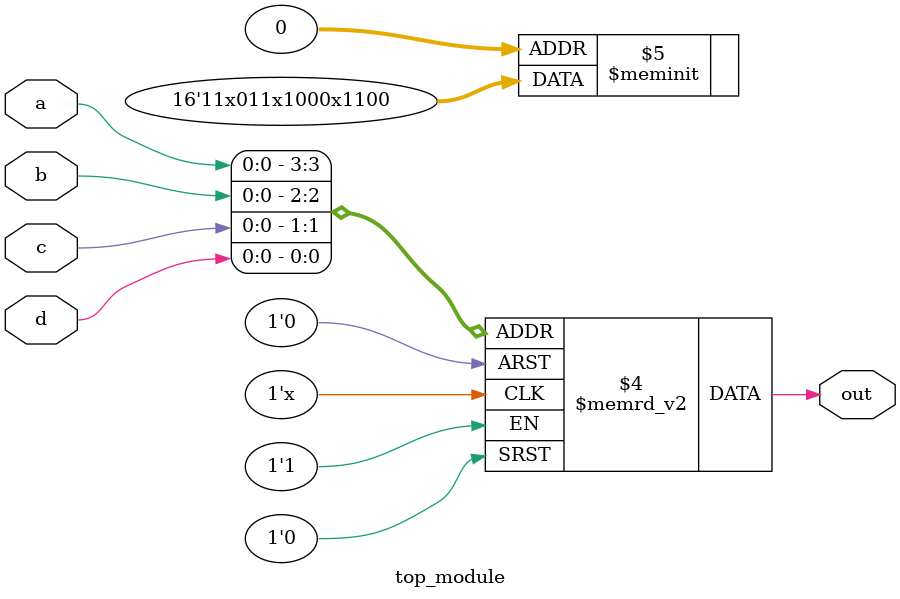
<source format=sv>
module top_module (
    input a,
    input b,
    input c,
    input d,
    output reg out
);
    always @*
    begin
        case ({a,b,c,d})
            4'b0000: out = 1'b0;
            4'b0001: out = 1'b0;
            4'b0011: out = 1'b1;
            4'b0010: out = 1'b1;
            4'b0100: out = 1'bx;
            4'b0101: out = 1'b0;
            4'b0111: out = 1'b0;
            4'b0110: out = 1'b0;
            4'b1111: out = 1'b1;
            4'b1101: out = 1'bx;
            4'b1111: out = 1'b1;
            4'b1110: out = 1'b1;
            4'b1000: out = 1'b1;
            4'b1001: out = 1'bx;
            4'b1011: out = 1'b1;
            4'b1010: out = 1'b1;
            default: out = 1'b0;
        endcase
    end
endmodule

</source>
